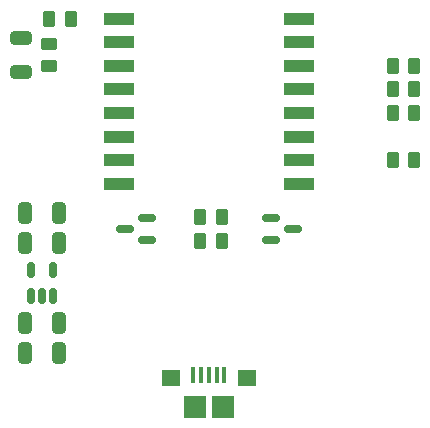
<source format=gbr>
%TF.GenerationSoftware,KiCad,Pcbnew,7.0.8*%
%TF.CreationDate,2023-12-05T19:13:38+00:00*%
%TF.ProjectId,multisensor,6d756c74-6973-4656-9e73-6f722e6b6963,rev?*%
%TF.SameCoordinates,Original*%
%TF.FileFunction,Paste,Top*%
%TF.FilePolarity,Positive*%
%FSLAX46Y46*%
G04 Gerber Fmt 4.6, Leading zero omitted, Abs format (unit mm)*
G04 Created by KiCad (PCBNEW 7.0.8) date 2023-12-05 19:13:38*
%MOMM*%
%LPD*%
G01*
G04 APERTURE LIST*
G04 Aperture macros list*
%AMRoundRect*
0 Rectangle with rounded corners*
0 $1 Rounding radius*
0 $2 $3 $4 $5 $6 $7 $8 $9 X,Y pos of 4 corners*
0 Add a 4 corners polygon primitive as box body*
4,1,4,$2,$3,$4,$5,$6,$7,$8,$9,$2,$3,0*
0 Add four circle primitives for the rounded corners*
1,1,$1+$1,$2,$3*
1,1,$1+$1,$4,$5*
1,1,$1+$1,$6,$7*
1,1,$1+$1,$8,$9*
0 Add four rect primitives between the rounded corners*
20,1,$1+$1,$2,$3,$4,$5,0*
20,1,$1+$1,$4,$5,$6,$7,0*
20,1,$1+$1,$6,$7,$8,$9,0*
20,1,$1+$1,$8,$9,$2,$3,0*%
G04 Aperture macros list end*
%ADD10RoundRect,0.150000X-0.587500X-0.150000X0.587500X-0.150000X0.587500X0.150000X-0.587500X0.150000X0*%
%ADD11R,2.500000X1.000000*%
%ADD12RoundRect,0.250000X0.262500X0.450000X-0.262500X0.450000X-0.262500X-0.450000X0.262500X-0.450000X0*%
%ADD13RoundRect,0.150000X0.587500X0.150000X-0.587500X0.150000X-0.587500X-0.150000X0.587500X-0.150000X0*%
%ADD14RoundRect,0.250000X0.650000X-0.325000X0.650000X0.325000X-0.650000X0.325000X-0.650000X-0.325000X0*%
%ADD15RoundRect,0.250000X0.325000X0.650000X-0.325000X0.650000X-0.325000X-0.650000X0.325000X-0.650000X0*%
%ADD16RoundRect,0.250000X-0.450000X0.262500X-0.450000X-0.262500X0.450000X-0.262500X0.450000X0.262500X0*%
%ADD17RoundRect,0.250000X-0.262500X-0.450000X0.262500X-0.450000X0.262500X0.450000X-0.262500X0.450000X0*%
%ADD18RoundRect,0.150000X0.150000X-0.512500X0.150000X0.512500X-0.150000X0.512500X-0.150000X-0.512500X0*%
%ADD19R,0.400000X1.350000*%
%ADD20R,1.600000X1.400000*%
%ADD21R,1.900000X1.900000*%
G04 APERTURE END LIST*
D10*
%TO.C,Q1*%
X158600000Y-105933750D03*
X158600000Y-107833750D03*
X160475000Y-106883750D03*
%TD*%
D11*
%TO.C,U1*%
X145775000Y-89075000D03*
X145775000Y-91075000D03*
X145775000Y-93075000D03*
X145775000Y-95075000D03*
X145775000Y-97075000D03*
X145775000Y-99075000D03*
X145775000Y-101075000D03*
X145775000Y-103075000D03*
X160975000Y-103075000D03*
X160975000Y-101075000D03*
X160975000Y-99075000D03*
X160975000Y-97075000D03*
X160975000Y-95075000D03*
X160975000Y-93075000D03*
X160975000Y-91075000D03*
X160975000Y-89075000D03*
%TD*%
D12*
%TO.C,R8*%
X170775000Y-93075000D03*
X168950000Y-93075000D03*
%TD*%
D13*
%TO.C,Q2*%
X148172500Y-107833750D03*
X148172500Y-105933750D03*
X146297500Y-106883750D03*
%TD*%
D14*
%TO.C,C5*%
X137462500Y-93637500D03*
X137462500Y-90687500D03*
%TD*%
D15*
%TO.C,C1*%
X140725000Y-117365100D03*
X137775000Y-117365100D03*
%TD*%
D16*
%TO.C,R3*%
X139862500Y-91250000D03*
X139862500Y-93075000D03*
%TD*%
D12*
%TO.C,R2*%
X154475000Y-105880833D03*
X152650000Y-105880833D03*
%TD*%
D17*
%TO.C,R4*%
X139862500Y-89075000D03*
X141687500Y-89075000D03*
%TD*%
D15*
%TO.C,C3*%
X140725000Y-108065100D03*
X137775000Y-108065100D03*
%TD*%
%TO.C,C2*%
X140725000Y-114865100D03*
X137775000Y-114865100D03*
%TD*%
D17*
%TO.C,R1*%
X152650000Y-107886666D03*
X154475000Y-107886666D03*
%TD*%
D18*
%TO.C,U2*%
X138300000Y-112602600D03*
X139250000Y-112602600D03*
X140200000Y-112602600D03*
X140200000Y-110327600D03*
X138300000Y-110327600D03*
%TD*%
D17*
%TO.C,R5*%
X168950000Y-101075000D03*
X170775000Y-101075000D03*
%TD*%
D12*
%TO.C,R7*%
X170775000Y-95075000D03*
X168950000Y-95075000D03*
%TD*%
D19*
%TO.C,J7*%
X152075000Y-119250000D03*
X152725000Y-119250000D03*
X153375000Y-119250000D03*
X154025000Y-119250000D03*
X154675000Y-119250000D03*
D20*
X150175000Y-119475000D03*
X156575000Y-119475000D03*
D21*
X154575000Y-121925000D03*
X152175000Y-121925000D03*
%TD*%
D15*
%TO.C,C4*%
X140725000Y-105565100D03*
X137775000Y-105565100D03*
%TD*%
D12*
%TO.C,R6*%
X170775000Y-97075000D03*
X168950000Y-97075000D03*
%TD*%
M02*

</source>
